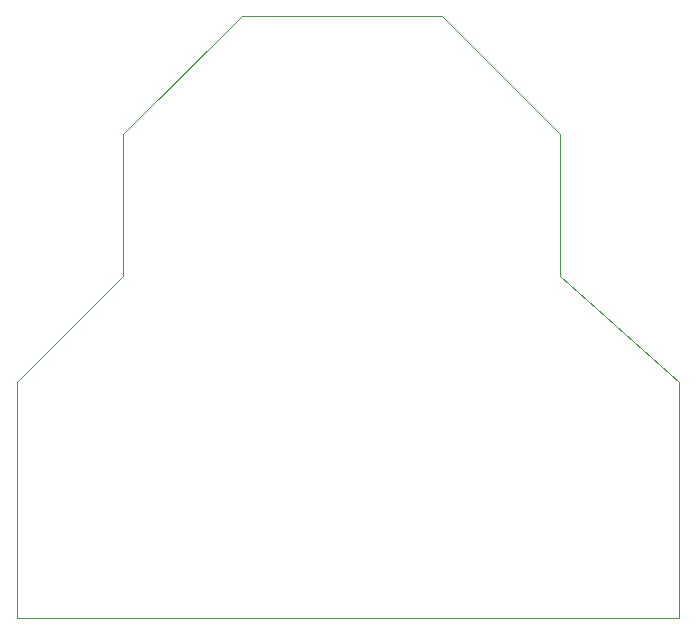
<source format=gbr>
%TF.GenerationSoftware,KiCad,Pcbnew,9.0.0*%
%TF.CreationDate,2025-03-28T07:35:41+02:00*%
%TF.ProjectId,EEE3088F_micro_mouse_power_subsystem,45454533-3038-4384-965f-6d6963726f5f,v0*%
%TF.SameCoordinates,Original*%
%TF.FileFunction,Profile,NP*%
%FSLAX46Y46*%
G04 Gerber Fmt 4.6, Leading zero omitted, Abs format (unit mm)*
G04 Created by KiCad (PCBNEW 9.0.0) date 2025-03-28 07:35:41*
%MOMM*%
%LPD*%
G01*
G04 APERTURE LIST*
%TA.AperFunction,Profile*%
%ADD10C,0.100000*%
%TD*%
G04 APERTURE END LIST*
D10*
X166000000Y-111000000D02*
X166000000Y-123000000D01*
X176000000Y-132000000D01*
X176000000Y-152000000D01*
X120000000Y-152000000D01*
X120000000Y-132000000D01*
X129000000Y-123000000D01*
X129000000Y-111000000D01*
X139000000Y-101000000D01*
X156000000Y-101000000D01*
X166000000Y-111000000D01*
M02*

</source>
